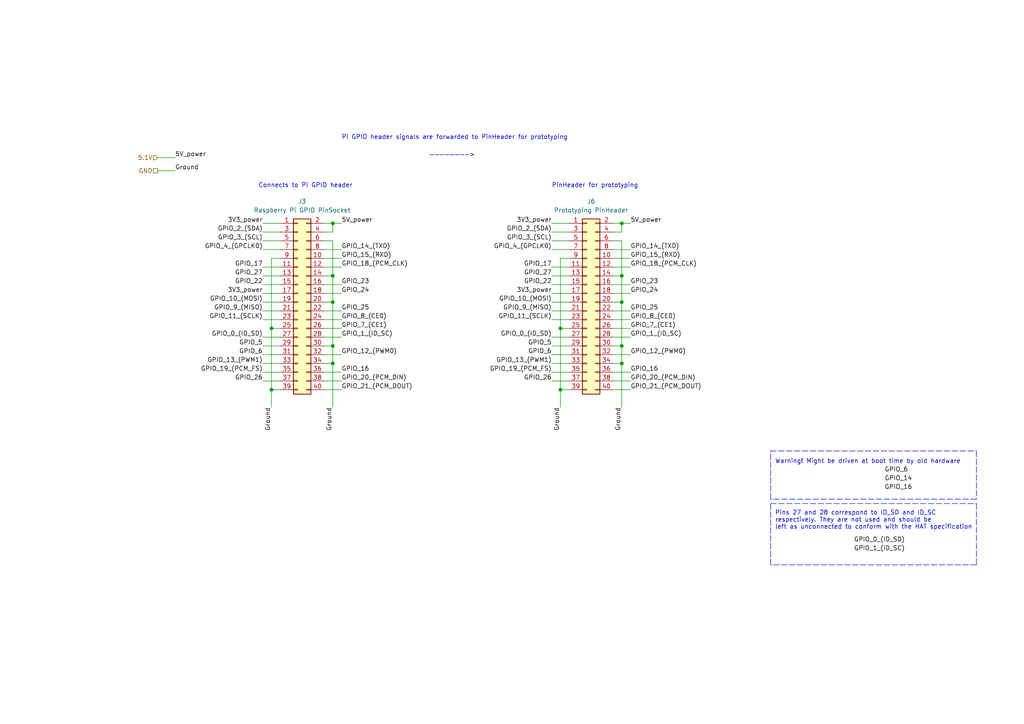
<source format=kicad_sch>
(kicad_sch (version 20211123) (generator eeschema)
  (paper "A4")
  (title_block (title "Compute unit HAT attachment") (date "2021-06-13") (rev "0.1.1") (company "Racklet") (comment 1 "https://racklet.io") (comment 2 "https://github.com/racklet/racklet") (comment 4 "Author: Verneri Hirvonen"))
  (lib_symbols
    (symbol "Connector_Generic:Conn_02x20_Odd_Even" (pin_names (offset 1.016) hide)
      (property "Reference" "J" (at 1.27 25.4 0))
      (property "Value" "Conn_02x20_Odd_Even" (at 1.27 -27.94 0))
      (symbol "Conn_02x20_Odd_Even_1_1"
        (rectangle (start -1.27 -25.273) (end 0 -25.527) (stroke (width 0.1524)))
        (rectangle (start -1.27 -22.733) (end 0 -22.987) (stroke (width 0.1524)))
        (rectangle (start -1.27 -20.193) (end 0 -20.447) (stroke (width 0.1524)))
        (rectangle (start -1.27 -17.653) (end 0 -17.907) (stroke (width 0.1524)))
        (rectangle (start -1.27 -15.113) (end 0 -15.367) (stroke (width 0.1524)))
        (rectangle (start -1.27 -12.573) (end 0 -12.827) (stroke (width 0.1524)))
        (rectangle (start -1.27 -10.033) (end 0 -10.287) (stroke (width 0.1524)))
        (rectangle (start -1.27 -7.493) (end 0 -7.747) (stroke (width 0.1524)))
        (rectangle (start -1.27 -4.953) (end 0 -5.207) (stroke (width 0.1524)))
        (rectangle (start -1.27 -2.413) (end 0 -2.667) (stroke (width 0.1524)))
        (rectangle (start -1.27 0.127) (end 0 -0.127) (stroke (width 0.1524)))
        (rectangle (start -1.27 2.667) (end 0 2.413) (stroke (width 0.1524)))
        (rectangle (start -1.27 5.207) (end 0 4.953) (stroke (width 0.1524)))
        (rectangle (start -1.27 7.747) (end 0 7.493) (stroke (width 0.1524)))
        (rectangle (start -1.27 10.287) (end 0 10.033) (stroke (width 0.1524)))
        (rectangle (start -1.27 12.827) (end 0 12.573) (stroke (width 0.1524)))
        (rectangle (start -1.27 15.367) (end 0 15.113) (stroke (width 0.1524)))
        (rectangle (start -1.27 17.907) (end 0 17.653) (stroke (width 0.1524)))
        (rectangle (start -1.27 20.447) (end 0 20.193) (stroke (width 0.1524)))
        (rectangle (start -1.27 22.987) (end 0 22.733) (stroke (width 0.1524)))
        (rectangle (start -1.27 24.13) (end 3.81 -26.67) (stroke (width 0.254)) (fill (type background)))
        (rectangle (start 3.81 -25.273) (end 2.54 -25.527) (stroke (width 0.1524)))
        (rectangle (start 3.81 -22.733) (end 2.54 -22.987) (stroke (width 0.1524)))
        (rectangle (start 3.81 -20.193) (end 2.54 -20.447) (stroke (width 0.1524)))
        (rectangle (start 3.81 -17.653) (end 2.54 -17.907) (stroke (width 0.1524)))
        (rectangle (start 3.81 -15.113) (end 2.54 -15.367) (stroke (width 0.1524)))
        (rectangle (start 3.81 -12.573) (end 2.54 -12.827) (stroke (width 0.1524)))
        (rectangle (start 3.81 -10.033) (end 2.54 -10.287) (stroke (width 0.1524)))
        (rectangle (start 3.81 -7.493) (end 2.54 -7.747) (stroke (width 0.1524)))
        (rectangle (start 3.81 -4.953) (end 2.54 -5.207) (stroke (width 0.1524)))
        (rectangle (start 3.81 -2.413) (end 2.54 -2.667) (stroke (width 0.1524)))
        (rectangle (start 3.81 0.127) (end 2.54 -0.127) (stroke (width 0.1524)))
        (rectangle (start 3.81 2.667) (end 2.54 2.413) (stroke (width 0.1524)))
        (rectangle (start 3.81 5.207) (end 2.54 4.953) (stroke (width 0.1524)))
        (rectangle (start 3.81 7.747) (end 2.54 7.493) (stroke (width 0.1524)))
        (rectangle (start 3.81 10.287) (end 2.54 10.033) (stroke (width 0.1524)))
        (rectangle (start 3.81 12.827) (end 2.54 12.573) (stroke (width 0.1524)))
        (rectangle (start 3.81 15.367) (end 2.54 15.113) (stroke (width 0.1524)))
        (rectangle (start 3.81 17.907) (end 2.54 17.653) (stroke (width 0.1524)))
        (rectangle (start 3.81 20.447) (end 2.54 20.193) (stroke (width 0.1524)))
        (rectangle (start 3.81 22.987) (end 2.54 22.733) (stroke (width 0.1524)))
        (pin passive line (at -5.08 22.86 0) (length 3.81) (name "Pin_1") (number "1"))
        (pin passive line (at 7.62 12.7 180) (length 3.81) (name "Pin_10") (number "10"))
        (pin passive line (at -5.08 10.16 0) (length 3.81) (name "Pin_11") (number "11"))
        (pin passive line (at 7.62 10.16 180) (length 3.81) (name "Pin_12") (number "12"))
        (pin passive line (at -5.08 7.62 0) (length 3.81) (name "Pin_13") (number "13"))
        (pin passive line (at 7.62 7.62 180) (length 3.81) (name "Pin_14") (number "14"))
        (pin passive line (at -5.08 5.08 0) (length 3.81) (name "Pin_15") (number "15"))
        (pin passive line (at 7.62 5.08 180) (length 3.81) (name "Pin_16") (number "16"))
        (pin passive line (at -5.08 2.54 0) (length 3.81) (name "Pin_17") (number "17"))
        (pin passive line (at 7.62 2.54 180) (length 3.81) (name "Pin_18") (number "18"))
        (pin passive line (at -5.08 0 0) (length 3.81) (name "Pin_19") (number "19"))
        (pin passive line (at 7.62 22.86 180) (length 3.81) (name "Pin_2") (number "2"))
        (pin passive line (at 7.62 0 180) (length 3.81) (name "Pin_20") (number "20"))
        (pin passive line (at -5.08 -2.54 0) (length 3.81) (name "Pin_21") (number "21"))
        (pin passive line (at 7.62 -2.54 180) (length 3.81) (name "Pin_22") (number "22"))
        (pin passive line (at -5.08 -5.08 0) (length 3.81) (name "Pin_23") (number "23"))
        (pin passive line (at 7.62 -5.08 180) (length 3.81) (name "Pin_24") (number "24"))
        (pin passive line (at -5.08 -7.62 0) (length 3.81) (name "Pin_25") (number "25"))
        (pin passive line (at 7.62 -7.62 180) (length 3.81) (name "Pin_26") (number "26"))
        (pin passive line (at -5.08 -10.16 0) (length 3.81) (name "Pin_27") (number "27"))
        (pin passive line (at 7.62 -10.16 180) (length 3.81) (name "Pin_28") (number "28"))
        (pin passive line (at -5.08 -12.7 0) (length 3.81) (name "Pin_29") (number "29"))
        (pin passive line (at -5.08 20.32 0) (length 3.81) (name "Pin_3") (number "3"))
        (pin passive line (at 7.62 -12.7 180) (length 3.81) (name "Pin_30") (number "30"))
        (pin passive line (at -5.08 -15.24 0) (length 3.81) (name "Pin_31") (number "31"))
        (pin passive line (at 7.62 -15.24 180) (length 3.81) (name "Pin_32") (number "32"))
        (pin passive line (at -5.08 -17.78 0) (length 3.81) (name "Pin_33") (number "33"))
        (pin passive line (at 7.62 -17.78 180) (length 3.81) (name "Pin_34") (number "34"))
        (pin passive line (at -5.08 -20.32 0) (length 3.81) (name "Pin_35") (number "35"))
        (pin passive line (at 7.62 -20.32 180) (length 3.81) (name "Pin_36") (number "36"))
        (pin passive line (at -5.08 -22.86 0) (length 3.81) (name "Pin_37") (number "37"))
        (pin passive line (at 7.62 -22.86 180) (length 3.81) (name "Pin_38") (number "38"))
        (pin passive line (at -5.08 -25.4 0) (length 3.81) (name "Pin_39") (number "39"))
        (pin passive line (at 7.62 20.32 180) (length 3.81) (name "Pin_4") (number "4"))
        (pin passive line (at 7.62 -25.4 180) (length 3.81) (name "Pin_40") (number "40"))
        (pin passive line (at -5.08 17.78 0) (length 3.81) (name "Pin_5") (number "5"))
        (pin passive line (at 7.62 17.78 180) (length 3.81) (name "Pin_6") (number "6"))
        (pin passive line (at -5.08 15.24 0) (length 3.81) (name "Pin_7") (number "7"))
        (pin passive line (at 7.62 15.24 180) (length 3.81) (name "Pin_8") (number "8"))
        (pin passive line (at -5.08 12.7 0) (length 3.81) (name "Pin_9") (number "9"))
      )
    )
  )
  (junction (at 78.74 95.25))
  (junction (at 96.52 80.01))
  (junction (at 180.34 105.41))
  (junction (at 180.34 87.63))
  (junction (at 180.34 100.33))
  (junction (at 162.56 113.03))
  (junction (at 180.34 64.77))
  (junction (at 96.52 105.41))
  (junction (at 78.74 113.03))
  (junction (at 96.52 100.33))
  (junction (at 96.52 64.77))
  (junction (at 162.56 95.25))
  (junction (at 96.52 87.63))
  (junction (at 180.34 80.01))
  (wire (pts (xy 160.02 87.63) (xy 165.1 87.63)))
  (wire (pts (xy 182.88 77.47) (xy 177.8 77.47)))
  (wire (pts (xy 182.88 82.55) (xy 177.8 82.55)))
  (wire (pts (xy 96.52 100.33) (xy 93.98 100.33)))
  (polyline (pts (xy 283.21 130.81) (xy 283.21 144.78)))
  (wire (pts (xy 76.2 69.85) (xy 81.28 69.85)))
  (polyline (pts (xy 283.21 163.83) (xy 223.52 163.83)))
  (wire (pts (xy 96.52 87.63) (xy 93.98 87.63)))
  (wire (pts (xy 76.2 87.63) (xy 81.28 87.63)))
  (wire (pts (xy 180.34 80.01) (xy 180.34 87.63)))
  (wire (pts (xy 165.1 110.49) (xy 160.02 110.49)))
  (wire (pts (xy 78.74 113.03) (xy 78.74 118.11)))
  (wire (pts (xy 76.2 80.01) (xy 81.28 80.01)))
  (wire (pts (xy 182.88 110.49) (xy 177.8 110.49)))
  (wire (pts (xy 182.88 90.17) (xy 177.8 90.17)))
  (polyline (pts (xy 283.21 144.78) (xy 223.52 144.78)))
  (wire (pts (xy 162.56 74.93) (xy 165.1 74.93)))
  (wire (pts (xy 160.02 107.95) (xy 165.1 107.95)))
  (wire (pts (xy 165.1 67.31) (xy 160.02 67.31)))
  (wire (pts (xy 76.2 100.33) (xy 81.28 100.33)))
  (wire (pts (xy 78.74 95.25) (xy 81.28 95.25)))
  (wire (pts (xy 78.74 113.03) (xy 81.28 113.03)))
  (wire (pts (xy 177.8 67.31) (xy 180.34 67.31)))
  (wire (pts (xy 93.98 95.25) (xy 99.06 95.25)))
  (wire (pts (xy 162.56 95.25) (xy 165.1 95.25)))
  (wire (pts (xy 45.72 45.72) (xy 50.8 45.72)))
  (wire (pts (xy 160.02 69.85) (xy 165.1 69.85)))
  (wire (pts (xy 99.06 107.95) (xy 93.98 107.95)))
  (wire (pts (xy 76.2 77.47) (xy 81.28 77.47)))
  (wire (pts (xy 162.56 95.25) (xy 162.56 113.03)))
  (wire (pts (xy 180.34 80.01) (xy 177.8 80.01)))
  (wire (pts (xy 160.02 80.01) (xy 165.1 80.01)))
  (polyline (pts (xy 223.52 130.81) (xy 283.21 130.81)))
  (polyline (pts (xy 283.21 146.05) (xy 283.21 163.83)))
  (wire (pts (xy 81.28 67.31) (xy 76.2 67.31)))
  (wire (pts (xy 93.98 105.41) (xy 96.52 105.41)))
  (wire (pts (xy 99.06 113.03) (xy 93.98 113.03)))
  (wire (pts (xy 165.1 90.17) (xy 160.02 90.17)))
  (wire (pts (xy 180.34 87.63) (xy 177.8 87.63)))
  (wire (pts (xy 180.34 105.41) (xy 180.34 100.33)))
  (wire (pts (xy 93.98 72.39) (xy 99.06 72.39)))
  (wire (pts (xy 45.72 49.53) (xy 50.8 49.53)))
  (wire (pts (xy 182.88 102.87) (xy 177.8 102.87)))
  (wire (pts (xy 99.06 92.71) (xy 93.98 92.71)))
  (polyline (pts (xy 223.52 144.78) (xy 223.52 130.81)))
  (wire (pts (xy 96.52 67.31) (xy 96.52 64.77)))
  (wire (pts (xy 96.52 105.41) (xy 96.52 118.11)))
  (wire (pts (xy 182.88 107.95) (xy 177.8 107.95)))
  (wire (pts (xy 93.98 69.85) (xy 96.52 69.85)))
  (wire (pts (xy 96.52 64.77) (xy 93.98 64.77)))
  (wire (pts (xy 160.02 100.33) (xy 165.1 100.33)))
  (wire (pts (xy 177.8 95.25) (xy 182.88 95.25)))
  (wire (pts (xy 162.56 113.03) (xy 165.1 113.03)))
  (wire (pts (xy 160.02 92.71) (xy 165.1 92.71)))
  (wire (pts (xy 96.52 105.41) (xy 96.52 100.33)))
  (wire (pts (xy 96.52 87.63) (xy 96.52 100.33)))
  (wire (pts (xy 96.52 80.01) (xy 96.52 87.63)))
  (wire (pts (xy 99.06 110.49) (xy 93.98 110.49)))
  (wire (pts (xy 99.06 85.09) (xy 93.98 85.09)))
  (wire (pts (xy 160.02 85.09) (xy 165.1 85.09)))
  (wire (pts (xy 182.88 64.77) (xy 180.34 64.77)))
  (wire (pts (xy 180.34 105.41) (xy 180.34 118.11)))
  (wire (pts (xy 177.8 69.85) (xy 180.34 69.85)))
  (wire (pts (xy 165.1 97.79) (xy 160.02 97.79)))
  (wire (pts (xy 180.34 67.31) (xy 180.34 64.77)))
  (wire (pts (xy 81.28 102.87) (xy 76.2 102.87)))
  (wire (pts (xy 81.28 72.39) (xy 76.2 72.39)))
  (wire (pts (xy 99.06 77.47) (xy 93.98 77.47)))
  (wire (pts (xy 96.52 80.01) (xy 93.98 80.01)))
  (wire (pts (xy 76.2 105.41) (xy 81.28 105.41)))
  (wire (pts (xy 162.56 113.03) (xy 162.56 118.11)))
  (wire (pts (xy 160.02 77.47) (xy 165.1 77.47)))
  (wire (pts (xy 180.34 64.77) (xy 177.8 64.77)))
  (wire (pts (xy 160.02 64.77) (xy 165.1 64.77)))
  (wire (pts (xy 93.98 67.31) (xy 96.52 67.31)))
  (wire (pts (xy 78.74 74.93) (xy 78.74 95.25)))
  (wire (pts (xy 99.06 90.17) (xy 93.98 90.17)))
  (wire (pts (xy 182.88 92.71) (xy 177.8 92.71)))
  (wire (pts (xy 78.74 95.25) (xy 78.74 113.03)))
  (wire (pts (xy 165.1 102.87) (xy 160.02 102.87)))
  (wire (pts (xy 180.34 69.85) (xy 180.34 80.01)))
  (wire (pts (xy 182.88 85.09) (xy 177.8 85.09)))
  (wire (pts (xy 76.2 64.77) (xy 81.28 64.77)))
  (wire (pts (xy 180.34 100.33) (xy 177.8 100.33)))
  (wire (pts (xy 177.8 105.41) (xy 180.34 105.41)))
  (wire (pts (xy 99.06 64.77) (xy 96.52 64.77)))
  (wire (pts (xy 182.88 74.93) (xy 177.8 74.93)))
  (wire (pts (xy 81.28 82.55) (xy 76.2 82.55)))
  (wire (pts (xy 81.28 110.49) (xy 76.2 110.49)))
  (wire (pts (xy 182.88 113.03) (xy 177.8 113.03)))
  (wire (pts (xy 81.28 97.79) (xy 76.2 97.79)))
  (wire (pts (xy 162.56 74.93) (xy 162.56 95.25)))
  (wire (pts (xy 165.1 82.55) (xy 160.02 82.55)))
  (wire (pts (xy 99.06 74.93) (xy 93.98 74.93)))
  (wire (pts (xy 177.8 72.39) (xy 182.88 72.39)))
  (wire (pts (xy 160.02 105.41) (xy 165.1 105.41)))
  (polyline (pts (xy 223.52 163.83) (xy 223.52 146.05)))
  (wire (pts (xy 76.2 85.09) (xy 81.28 85.09)))
  (wire (pts (xy 76.2 92.71) (xy 81.28 92.71)))
  (wire (pts (xy 99.06 102.87) (xy 93.98 102.87)))
  (wire (pts (xy 180.34 87.63) (xy 180.34 100.33)))
  (wire (pts (xy 81.28 90.17) (xy 76.2 90.17)))
  (wire (pts (xy 78.74 74.93) (xy 81.28 74.93)))
  (wire (pts (xy 76.2 107.95) (xy 81.28 107.95)))
  (wire (pts (xy 165.1 72.39) (xy 160.02 72.39)))
  (wire (pts (xy 93.98 97.79) (xy 99.06 97.79)))
  (wire (pts (xy 96.52 69.85) (xy 96.52 80.01)))
  (wire (pts (xy 177.8 97.79) (xy 182.88 97.79)))
  (wire (pts (xy 99.06 82.55) (xy 93.98 82.55)))
  (polyline (pts (xy 223.52 146.05) (xy 283.21 146.05)))
  (text "PinHeader for prototyping" (at 160.02 54.61 0) (effects (font (size 1.27 1.27)) (justify left bottom)))
  (text "Connects to Pi GPIO header" (at 74.93 54.61 0) (effects (font (size 1.27 1.27)) (justify left bottom)))
  (text "Pi GPIO header signals are forwarded to PinHeader for prototyping" (at 99.06 40.64 0) (effects (font (size 1.27 1.27)) (justify left bottom)))
  (text "Pins 27 and 28 correspond to ID_SD and ID_SC\nrespectively. They are not used and should be\nleft as unconnected to conform with the HAT specification" (at 224.79 153.67 0) (effects (font (size 1.27 1.27)) (justify left bottom)))
  (text "————————>" (at 124.46 45.72 0) (effects (font (size 1.27 1.27)) (justify left bottom)))
  (text "Warning! Might be driven at boot time by old hardware" (at 224.79 134.62 0) (effects (font (size 1.27 1.27)) (justify left bottom)))
  (label "GPIO_27" (at 76.2 80.01 180))
  (label "Ground" (at 162.56 118.11 270))
  (label "GPIO_17" (at 76.2 77.47 180))
  (label "GPIO_23" (at 182.88 82.55 0))
  (label "GPIO_3_(SCL)" (at 160.02 69.85 180))
  (label "GPIO_13_(PWM1)" (at 160.02 105.41 180))
  (label "Ground" (at 180.34 118.11 270))
  (label "GPIO_6" (at 160.02 102.87 180))
  (label "GPIO_6" (at 76.2 102.87 180))
  (label "GPIO_18_(PCM_CLK)" (at 182.88 77.47 0))
  (label "GPIO_21_(PCM_DOUT)" (at 182.88 113.03 0))
  (label "GPIO_17" (at 160.02 77.47 180))
  (label "GPIO_11_(SCLK)" (at 76.2 92.71 180))
  (label "GPIO_7_(CE1)" (at 99.06 95.25 0))
  (label "GPIO_16" (at 256.54 142.24 0))
  (label "5V_power" (at 182.88 64.77 0))
  (label "GPIO_12_(PWM0)" (at 182.88 102.87 0))
  (label "GPIO_1_(ID_SC)" (at 99.06 97.79 0))
  (label "GPIO_23" (at 99.06 82.55 0))
  (label "GPIO_4_(GPCLK0)" (at 76.2 72.39 180))
  (label "5V_power" (at 99.06 64.77 0))
  (label "GPIO_14_(TXD)" (at 99.06 72.39 0))
  (label "GPIO_14" (at 256.54 139.7 0))
  (label "GPIO_1_(ID_SC)" (at 182.88 97.79 0))
  (label "GPIO_15_(RXD)" (at 182.88 74.93 0))
  (label "GPIO_19_(PCM_FS)" (at 76.2 107.95 180))
  (label "GPIO_11_(SCLK)" (at 160.02 92.71 180))
  (label "GPIO_22" (at 160.02 82.55 180))
  (label "3V3_power" (at 76.2 85.09 180))
  (label "GPIO_6" (at 256.54 137.16 0))
  (label "5V_power" (at 50.8 45.72 0))
  (label "GPIO_2_(SDA)" (at 76.2 67.31 180))
  (label "GPIO_0_(ID_SD)" (at 76.2 97.79 180))
  (label "GPIO_8_(CE0)" (at 182.88 92.71 0))
  (label "3V3_power" (at 76.2 64.77 180))
  (label "Ground" (at 50.8 49.53 0))
  (label "GPIO_13_(PWM1)" (at 76.2 105.41 180))
  (label "GPIO_16" (at 182.88 107.95 0))
  (label "Ground" (at 78.74 118.11 270))
  (label "GPIO_0_(ID_SD)" (at 247.65 157.48 0))
  (label "GPIO_2_(SDA)" (at 160.02 67.31 180))
  (label "GPIO_27" (at 160.02 80.01 180))
  (label "GPIO_9_(MISO)" (at 160.02 90.17 180))
  (label "GPIO_16" (at 99.06 107.95 0))
  (label "GPIO_0_(ID_SD)" (at 160.02 97.79 180))
  (label "GPIO_5" (at 160.02 100.33 180))
  (label "GPIO_9_(MISO)" (at 76.2 90.17 180))
  (label "GPIO_26" (at 76.2 110.49 180))
  (label "GPIO_14_(TXD)" (at 182.88 72.39 0))
  (label "GPIO_20_(PCM_DIN)" (at 182.88 110.49 0))
  (label "GPIO_15_(RXD)" (at 99.06 74.93 0))
  (label "GPIO_12_(PWM0)" (at 99.06 102.87 0))
  (label "GPIO_22" (at 76.2 82.55 180))
  (label "GPIO_1_(ID_SC)" (at 247.65 160.02 0))
  (label "GPIO_10_(MOSI)" (at 76.2 87.63 180))
  (label "GPIO_20_(PCM_DIN)" (at 99.06 110.49 0))
  (label "GPIO_24" (at 99.06 85.09 0))
  (label "GPIO_18_(PCM_CLK)" (at 99.06 77.47 0))
  (label "GPIO_10_(MOSI)" (at 160.02 87.63 180))
  (label "GPIO_26" (at 160.02 110.49 180))
  (label "GPIO_7_(CE1)" (at 182.88 95.25 0))
  (label "GPIO_25" (at 182.88 90.17 0))
  (label "3V3_power" (at 160.02 85.09 180))
  (label "3V3_power" (at 160.02 64.77 180))
  (label "Ground" (at 96.52 118.11 270))
  (label "GPIO_19_(PCM_FS)" (at 160.02 107.95 180))
  (label "GPIO_3_(SCL)" (at 76.2 69.85 180))
  (label "GPIO_4_(GPCLK0)" (at 160.02 72.39 180))
  (label "GPIO_24" (at 182.88 85.09 0))
  (label "GPIO_8_(CE0)" (at 99.06 92.71 0))
  (label "GPIO_21_(PCM_DOUT)" (at 99.06 113.03 0))
  (label "GPIO_5" (at 76.2 100.33 180))
  (label "GPIO_25" (at 99.06 90.17 0))
  (hierarchical_label "5.1V" (shape input) (at 45.72 45.72 180))
  (hierarchical_label "GND" (shape passive) (at 45.72 49.53 180))
  (symbol (lib_id "Connector_Generic:Conn_02x20_Odd_Even") (at 86.36 87.63 0) (unit 1)
    (property "Reference" "J3" (at 87.63 58.42 0))
    (property "Value" "Raspberry Pi GPIO PinSocket" (at 87.63 60.96 0))
    (property "Footprint" "Connector_PinSocket_2.54mm:PinSocket_2x20_P2.54mm_Vertical" (effects hide))
  )
  (symbol (lib_id "Connector_Generic:Conn_02x20_Odd_Even") (at 170.18 87.63 0) (unit 1)
    (property "Reference" "J6" (at 171.45 58.42 0))
    (property "Value" "Prototyping PinHeader" (at 171.45 60.96 0))
    (property "Footprint" "Connector_PinHeader_2.54mm:PinHeader_2x20_P2.54mm_Vertical" (effects hide))
  )
)
</source>
